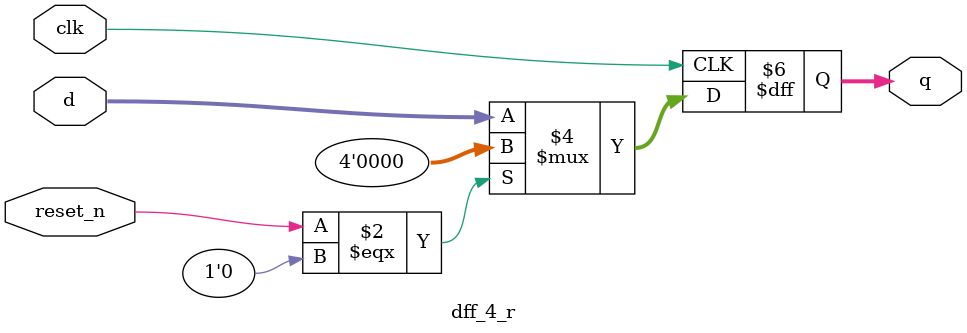
<source format=v>


module dff_4_r(clk, reset_n, d, q); // 4-bit register dff_4_r for control the exec_count

input clk, reset_n;
input [3:0] d;
output reg [3:0] q;

// this dff is 4bit capacity and under control of clk and reset_n

always @(posedge clk)
	begin
		if(reset_n ===1'b0)	q <= 4'b0000;
		else						q <= d;
	end
endmodule

</source>
